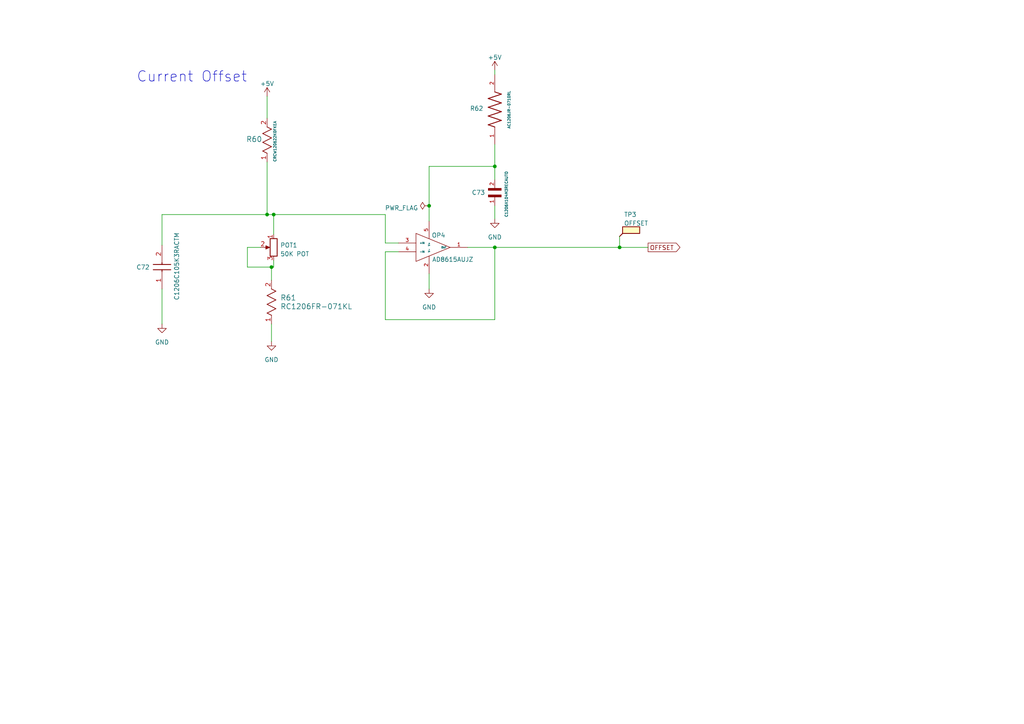
<source format=kicad_sch>
(kicad_sch (version 20231120) (generator "eeschema") (generator_version "8.0")
  (paper "A4")
  (lib_symbols
    (symbol "AD8615:AD8615AUJZ" (pin_names (offset 1.016))
      (property "Reference" "OP" (at 3.556 -12.954 0))
      (property "Value" "AD8615AUJZ" (at 8.128 -21.59 0))
      (symbol "AD8615AUJZ_0_0"
        (pin output line (at 11.176 -17.78 180) (length 5.08) (name "OUT") (number "1"))
        (pin power_in line (at 0 -25.4 90) (length 5.08) (name "V-") (number "2"))
        (pin input line (at -8.89 -16.51 0) (length 5.08) (name "+IN") (number "3"))
        (pin input line (at -8.89 -19.05 0) (length 5.08) (name "-IN") (number "4"))
        (pin power_in line (at 0 -10.16 270) (length 5.08) (name "V+") (number "5"))
      )
      (symbol "AD8615AUJZ_0_1"
        (polyline (pts (xy -3.81 -13.716) (xy -3.81 -21.844) (xy 6.096 -17.78) (xy -3.81 -13.716)))
      )
    )
    (symbol "C15:C1206X104M3RECAUTO" (pin_names (offset 1.016))
      (property "Reference" "C" (at 0 3.8109 0))
      (property "Value" "C1206X104M3RECAUTO" (at 0 -5.0885 0))
      (symbol "C1206X104M3RECAUTO_0_0"
        (rectangle (start 0 -1.9069) (end 0.635 1.905) (stroke (width 0.1)) (fill (type outline)))
        (rectangle (start 1.9069 -1.9069) (end 2.54 1.905) (stroke (width 0.1)) (fill (type outline)))
        (pin passive line (at -2.54 0 0) (length 2.54) (name "~") (number "1"))
        (pin passive line (at 5.08 0 180) (length 2.54) (name "~") (number "2"))
      )
    )
    (symbol "C72:C1206C105K3RACTM" (pin_names hide)
      (property "Reference" "C" (at 8.89 6.35 0))
      (property "Value" "C1206C105K3RACTM" (at 8.89 3.81 0))
      (symbol "C1206C105K3RACTM_1_1"
        (polyline (pts (xy 5.08 0) (xy 5.588 0)) (stroke (width 0.254)))
        (polyline (pts (xy 5.588 2.54) (xy 5.588 -2.54)) (stroke (width 0.254)))
        (polyline (pts (xy 7.112 0) (xy 7.62 0)) (stroke (width 0.254)))
        (polyline (pts (xy 7.112 2.54) (xy 7.112 -2.54)) (stroke (width 0.254)))
        (pin passive line (at 0 0 0) (length 5.08) (name "1") (number "1"))
        (pin passive line (at 12.7 0 180) (length 5.08) (name "2") (number "2"))
      )
    )
    (symbol "Connector:TestPoint_Flag" (pin_numbers hide) (pin_names (offset 0.762) hide)
      (property "Reference" "TP" (at 3.429 1.778 0))
      (property "Value" "TestPoint_Flag" (at 3.302 4.191 0))
      (symbol "TestPoint_Flag_0_1"
        (polyline (pts (xy 0 0) (xy 0.889 0.889)) (stroke (width 0.254)))
        (rectangle (start 0.889 2.794) (end 5.842 0.889) (stroke (width 0.254)) (fill (type background)))
      )
      (symbol "TestPoint_Flag_1_1"
        (pin passive line (at 0 0 90) (length 0) (name "1") (number "1"))
      )
    )
    (symbol "Device:R_Potentiometer" (pin_names (offset 1.016) hide)
      (property "Reference" "RV" (at -4.445 0 90))
      (property "Value" "R_Potentiometer" (at -2.54 0 90))
      (symbol "R_Potentiometer_0_1"
        (polyline (pts (xy 2.54 0) (xy 1.524 0)))
        (polyline (pts (xy 1.143 0) (xy 2.286 0.508) (xy 2.286 -0.508) (xy 1.143 0)) (fill (type outline)))
        (rectangle (start 1.016 2.54) (end -1.016 -2.54) (stroke (width 0.254)))
      )
      (symbol "R_Potentiometer_1_1"
        (pin passive line (at 0 3.81 270) (length 1.27) (name "1") (number "1"))
        (pin passive line (at 3.81 0 180) (length 1.27) (name "2") (number "2"))
        (pin passive line (at 0 -3.81 90) (length 1.27) (name "3") (number "3"))
      )
    )
    (symbol "R12:AC1206JR-0710RL" (pin_names (offset 1.016))
      (property "Reference" "R" (at -7.6244 2.5415 0))
      (property "Value" "AC1206JR-0710RL" (at -7.63 -5.0866 0))
      (symbol "AC1206JR-0710RL_0_0"
        (polyline (pts (xy -5.08 0) (xy -4.445 1.905)) (stroke (width 0.254)))
        (polyline (pts (xy -4.445 1.905) (xy -3.175 -1.905)) (stroke (width 0.254)))
        (polyline (pts (xy -3.175 -1.905) (xy -1.905 1.905)) (stroke (width 0.254)))
        (polyline (pts (xy -1.905 1.905) (xy -0.635 -1.905)) (stroke (width 0.254)))
        (polyline (pts (xy -0.635 -1.905) (xy 0.635 1.905)) (stroke (width 0.254)))
        (polyline (pts (xy 0.635 1.905) (xy 1.905 -1.905)) (stroke (width 0.254)))
        (polyline (pts (xy 1.905 -1.905) (xy 3.175 1.905)) (stroke (width 0.254)))
        (polyline (pts (xy 3.175 1.905) (xy 4.445 -1.905)) (stroke (width 0.254)))
        (polyline (pts (xy 4.445 -1.905) (xy 5.08 0)) (stroke (width 0.254)))
        (pin passive line (at -10.16 0 0) (length 5.08) (name "~") (number "1"))
        (pin passive line (at 10.16 0 180) (length 5.08) (name "~") (number "2"))
      )
    )
    (symbol "R60:CRCW120622K0FKEA" (pin_names (offset 0.254))
      (property "Reference" "R" (at 5.715 3.81 0))
      (property "Value" "CRCW120622K0FKEA" (at 6.35 -3.81 0))
      (symbol "CRCW120622K0FKEA_1_1"
        (polyline (pts (xy 2.54 0) (xy 3.175 1.27)) (stroke (width 0.2032)))
        (polyline (pts (xy 3.175 1.27) (xy 4.445 -1.27)) (stroke (width 0.2032)))
        (polyline (pts (xy 4.445 -1.27) (xy 5.715 1.27)) (stroke (width 0.2032)))
        (polyline (pts (xy 5.715 1.27) (xy 6.985 -1.27)) (stroke (width 0.2032)))
        (polyline (pts (xy 6.985 -1.27) (xy 8.255 1.27)) (stroke (width 0.2032)))
        (polyline (pts (xy 8.255 1.27) (xy 9.525 -1.27)) (stroke (width 0.2032)))
        (polyline (pts (xy 9.525 -1.27) (xy 10.16 0)) (stroke (width 0.2032)))
        (pin unspecified line (at 12.7 0 180) (length 2.54) (name "") (number "1"))
        (pin unspecified line (at 0 0 0) (length 2.54) (name "") (number "2"))
      )
      (symbol "CRCW120622K0FKEA_1_2"
        (polyline (pts (xy -1.27 3.175) (xy 1.27 4.445)) (stroke (width 0.2032)))
        (polyline (pts (xy -1.27 5.715) (xy 1.27 6.985)) (stroke (width 0.2032)))
        (polyline (pts (xy -1.27 8.255) (xy 1.27 9.525)) (stroke (width 0.2032)))
        (polyline (pts (xy 0 2.54) (xy -1.27 3.175)) (stroke (width 0.2032)))
        (polyline (pts (xy 1.27 4.445) (xy -1.27 5.715)) (stroke (width 0.2032)))
        (polyline (pts (xy 1.27 6.985) (xy -1.27 8.255)) (stroke (width 0.2032)))
        (polyline (pts (xy 1.27 9.525) (xy 0 10.16)) (stroke (width 0.2032)))
        (pin unspecified line (at 0 12.7 270) (length 2.54) (name "") (number "1"))
        (pin unspecified line (at 0 0 90) (length 2.54) (name "") (number "2"))
      )
    )
    (symbol "R61:RC1206FR-071KL" (pin_names (offset 0.254))
      (property "Reference" "R" (at 5.715 3.81 0))
      (property "Value" "RC1206FR-071KL" (at 6.35 -3.81 0))
      (symbol "RC1206FR-071KL_1_1"
        (polyline (pts (xy 2.54 0) (xy 3.175 1.27)) (stroke (width 0.2032)))
        (polyline (pts (xy 3.175 1.27) (xy 4.445 -1.27)) (stroke (width 0.2032)))
        (polyline (pts (xy 4.445 -1.27) (xy 5.715 1.27)) (stroke (width 0.2032)))
        (polyline (pts (xy 5.715 1.27) (xy 6.985 -1.27)) (stroke (width 0.2032)))
        (polyline (pts (xy 6.985 -1.27) (xy 8.255 1.27)) (stroke (width 0.2032)))
        (polyline (pts (xy 8.255 1.27) (xy 9.525 -1.27)) (stroke (width 0.2032)))
        (polyline (pts (xy 9.525 -1.27) (xy 10.16 0)) (stroke (width 0.2032)))
        (pin unspecified line (at 0 0 0) (length 2.54) (name "") (number "1"))
        (pin unspecified line (at 12.7 0 180) (length 2.54) (name "") (number "2"))
      )
      (symbol "RC1206FR-071KL_1_2"
        (polyline (pts (xy -1.27 3.175) (xy 1.27 4.445)) (stroke (width 0.2032)))
        (polyline (pts (xy -1.27 5.715) (xy 1.27 6.985)) (stroke (width 0.2032)))
        (polyline (pts (xy -1.27 8.255) (xy 1.27 9.525)) (stroke (width 0.2032)))
        (polyline (pts (xy 0 2.54) (xy -1.27 3.175)) (stroke (width 0.2032)))
        (polyline (pts (xy 1.27 4.445) (xy -1.27 5.715)) (stroke (width 0.2032)))
        (polyline (pts (xy 1.27 6.985) (xy -1.27 8.255)) (stroke (width 0.2032)))
        (polyline (pts (xy 1.27 9.525) (xy 0 10.16)) (stroke (width 0.2032)))
        (pin unspecified line (at 0 12.7 270) (length 2.54) (name "") (number "1"))
        (pin unspecified line (at 0 0 90) (length 2.54) (name "") (number "2"))
      )
    )
    (symbol "power:+5V" (power) (pin_names (offset 0))
      (property "Value" "+5V" (at 0 3.556 0))
      (symbol "+5V_0_1"
        (polyline (pts (xy -0.762 1.27) (xy 0 2.54)))
        (polyline (pts (xy 0 0) (xy 0 2.54)))
        (polyline (pts (xy 0 2.54) (xy 0.762 1.27)))
      )
      (symbol "+5V_1_1"
        (pin power_in line (at 0 0 90) (length 0) hide (name "+5V") (number "1"))
      )
    )
    (symbol "power:GND" (power) (pin_names (offset 0))
      (property "Value" "GND" (at 0 -3.81 0))
      (symbol "GND_0_1"
        (polyline (pts (xy 0 0) (xy 0 -1.27) (xy 1.27 -1.27) (xy 0 -2.54) (xy -1.27 -1.27) (xy 0 -1.27)))
      )
      (symbol "GND_1_1"
        (pin power_in line (at 0 0 270) (length 0) hide (name "GND") (number "1"))
      )
    )
    (symbol "power:PWR_FLAG" (power) (pin_numbers hide) (pin_names (offset 0) hide)
      (property "Value" "PWR_FLAG" (at 0 3.81 0))
      (symbol "PWR_FLAG_0_0"
        (pin power_out line (at 0 0 90) (length 0) (name "pwr") (number "1"))
      )
      (symbol "PWR_FLAG_0_1"
        (polyline (pts (xy 0 0) (xy 0 1.27) (xy -1.016 1.905) (xy 0 2.54) (xy 1.016 1.905) (xy 0 1.27)))
      )
    )
  )
  (junction (at 179.705 71.755))
  (junction (at 143.51 48.26))
  (junction (at 79.375 62.23))
  (junction (at 143.51 71.755))
  (junction (at 77.47 62.23))
  (junction (at 78.74 77.47))
  (junction (at 124.46 59.69))
  (wire (pts (xy 135.636 71.755) (xy 143.51 71.755)))
  (wire (pts (xy 143.51 20.32) (xy 143.51 21.59)))
  (wire (pts (xy 143.51 48.26) (xy 143.51 52.07)))
  (wire (pts (xy 111.76 62.23) (xy 79.375 62.23)))
  (wire (pts (xy 124.46 64.135) (xy 124.46 59.69)))
  (wire (pts (xy 115.57 70.485) (xy 111.76 70.485)))
  (wire (pts (xy 111.76 73.025) (xy 115.57 73.025)))
  (wire (pts (xy 179.705 71.755) (xy 187.96 71.755)))
  (wire (pts (xy 124.46 79.375) (xy 124.46 83.82)))
  (wire (pts (xy 79.375 62.23) (xy 79.375 67.945)))
  (wire (pts (xy 143.51 71.755) (xy 179.705 71.755)))
  (wire (pts (xy 78.74 77.47) (xy 78.74 81.28)))
  (wire (pts (xy 79.375 62.23) (xy 77.47 62.23)))
  (wire (pts (xy 111.76 73.025) (xy 111.76 92.71)))
  (wire (pts (xy 143.51 59.69) (xy 143.51 63.5)))
  (wire (pts (xy 46.99 83.82) (xy 46.99 93.98)))
  (wire (pts (xy 79.375 75.565) (xy 79.375 77.47)))
  (wire (pts (xy 71.755 71.755) (xy 71.755 77.47)))
  (wire (pts (xy 143.51 41.91) (xy 143.51 48.26)))
  (wire (pts (xy 124.46 59.69) (xy 124.46 48.26)))
  (wire (pts (xy 78.74 93.98) (xy 78.74 99.06)))
  (wire (pts (xy 111.76 92.71) (xy 143.51 92.71)))
  (wire (pts (xy 78.74 77.47) (xy 79.375 77.47)))
  (wire (pts (xy 124.46 48.26) (xy 143.51 48.26)))
  (wire (pts (xy 77.47 62.23) (xy 46.99 62.23)))
  (wire (pts (xy 77.47 46.99) (xy 77.47 62.23)))
  (wire (pts (xy 179.705 68.58) (xy 179.705 71.755)))
  (wire (pts (xy 143.51 71.755) (xy 143.51 92.71)))
  (wire (pts (xy 71.755 77.47) (xy 78.74 77.47)))
  (wire (pts (xy 111.76 70.485) (xy 111.76 62.23)))
  (wire (pts (xy 75.565 71.755) (xy 71.755 71.755)))
  (wire (pts (xy 77.47 27.94) (xy 77.47 34.29)))
  (wire (pts (xy 46.99 62.23) (xy 46.99 71.12)))
  (text "Current Offset" (at 71.755 24.13 0) (effects (font (size 3 3)) (justify right bottom)))
  (global_label "OFFSET" (shape output) (at 187.96 71.755 0) (property "Intersheetrefs" "${INTERSHEET_REFS}" (effects (hide yes))))
  (symbol (lib_id "R60:CRCW120622K0FKEA") (at 77.47 34.29 270) (unit 1)
    (property "Reference" "R60" (at 71.374 40.386 90) (effects (font (size 1.524 1.524)) (justify left)))
    (property "Value" "CRCW120622K0FKEA" (at 79.756 35.052 0) (effects (font (size 0.762 0.762)) (justify left)))
    (property "Footprint" "Resistor_SMD:R_1206_3216Metric_Pad1.30x1.75mm_HandSolder" (effects (hide yes)))
    (property "Datasheet" "CRCW120622K0FKEA" (effects (hide yes)))
  )
  (symbol (lib_id "power:+5V") (at 77.47 27.94 0) (unit 1)
    (property "Reference" "#PWR044" (effects (hide yes)))
    (property "Value" "+5V" (at 77.47 24.2824 0))
  )
  (symbol (lib_id "R61:RC1206FR-071KL") (at 78.74 93.98 90) (unit 1)
    (property "Reference" "R61" (at 81.28 86.3599 90) (effects (font (size 1.524 1.524)) (justify right)))
    (property "Value" "RC1206FR-071KL" (at 81.28 88.8999 90) (effects (font (size 1.524 1.524)) (justify right)))
    (property "Footprint" "Resistor_SMD:R_1206_3216Metric_Pad1.30x1.75mm_HandSolder" (effects (hide yes)))
    (property "Datasheet" "RC1206FR-071KL" (effects (hide yes)))
  )
  (symbol (lib_id "power:GND") (at 46.99 93.98 0) (unit 1)
    (property "Reference" "#PWR043" (effects (hide yes)))
    (property "Value" "GND" (at 46.99 99.2632 0))
  )
  (symbol (lib_id "Connector:TestPoint_Flag") (at 179.705 68.58 0) (unit 1)
    (property "Reference" "TP3" (at 180.975 62.23 0) (effects (justify left)))
    (property "Value" "OFFSET" (at 180.975 64.77 0) (effects (justify left)))
    (property "Footprint" "TestPoint:TestPoint_Pad_3.0x3.0mm" (effects (hide yes)))
  )
  (symbol (lib_id "C15:C1206X104M3RECAUTO") (at 143.51 57.15 90) (unit 1)
    (property "Reference" "C73" (at 140.716 55.118 90) (effects (justify left bottom)))
    (property "Value" "C1206X104M3RECAUTO" (at 147.32 62.992 0) (effects (font (size 0.762 0.762)) (justify left bottom)))
    (property "Footprint" "Capacitor_SMD:C_1206_3216Metric" (effects (hide yes)))
    (property "Datasheet" "C15" (effects (hide yes)))
  )
  (symbol (lib_id "C72:C1206C105K3RACTM") (at 46.99 83.82 90) (unit 1)
    (property "Reference" "C72" (at 43.434 78.232 90) (effects (justify left top)))
    (property "Value" "C1206C105K3RACTM" (at 50.546 87.122 0) (effects (justify left top)))
    (property "Footprint" "Capacitor_SMD:C_1206_3216Metric" (effects (hide yes)))
    (property "Datasheet" "https://content.kemet.com/datasheets/KEM_C1002_X7R_SMD.pdf" (effects (hide yes)))
    (property "Description" "SMD Comm X7R, Ceramic, 1 uF, 10%, 25 VDC, 62.5 VDC, 125C, -55C, X7R, SMD, MLCC, Temperature Stable, Class II, 3.5 % , 500 MOhms, 31 mg, 1206, 3.2mm, 1.6mm, 1.2mm, 0.5mm, 2500, 78  Weeks, 80" (effects (hide yes)))
    (property "Mouser Part Number" "80-C1206C105K3RACTM" (effects (hide yes)))
    (property "Mouser Price/Stock" "https://www.mouser.co.uk/ProductDetail/KEMET/C1206C105K3RACTM?qs=ED%252B2xvMfDz3XPPQCqty55A%3D%3D" (effects (hide yes)))
    (property "Manufacturer_Name" "KEMET" (effects (hide yes)))
    (property "Manufacturer_Part_Number" "C1206C105K3RACTM" (effects (hide yes)))
  )
  (symbol (lib_id "R12:AC1206JR-0710RL") (at 143.51 31.75 90) (unit 1)
    (property "Reference" "R62" (at 140.208 30.734 90) (effects (justify left bottom)))
    (property "Value" "AC1206JR-0710RL" (at 148.082 37.338 0) (effects (font (size 0.762 0.762)) (justify left bottom)))
    (property "Footprint" "Resistor_SMD:R_1206_3216Metric_Pad1.30x1.75mm_HandSolder" (effects (hide yes)))
  )
  (symbol (lib_id "power:GND") (at 124.46 83.82 0) (unit 1)
    (property "Reference" "#PWR046" (effects (hide yes)))
    (property "Value" "GND" (at 124.46 89.1032 0))
  )
  (symbol (lib_id "power:GND") (at 78.74 99.06 0) (unit 1)
    (property "Reference" "#PWR045" (effects (hide yes)))
    (property "Value" "GND" (at 78.74 104.3432 0))
  )
  (symbol (lib_id "power:GND") (at 143.51 63.5 0) (unit 1)
    (property "Reference" "#PWR048" (effects (hide yes)))
    (property "Value" "GND" (at 143.51 68.7832 0))
  )
  (symbol (lib_id "AD8615:AD8615AUJZ") (at 124.46 53.975 0) (unit 1)
    (property "Reference" "OP4" (at 127.2032 68.2498 0))
    (property "Value" "AD8615AUJZ" (at 131.318 75.2602 0))
    (property "Footprint" "infineon-library-footprints:AD8615" (effects (hide yes)))
    (property "Description" "Precision 20 MHz CMOS Single RRIO Operational Amplifier" (effects (hide yes)))
    (property "MF" "Analog Devices" (effects (hide yes)))
    (property "PACKAGE" "SOT-23-5" (effects (hide yes)))
    (property "MPN" "AD8615AUJZ" (effects (hide yes)))
    (property "Price" "None" (effects (hide yes)))
    (property "Package" "TSOT-5 Analog Devices" (effects (hide yes)))
    (property "OC_FARNELL" "9079408" (effects (hide yes)))
    (property "SnapEDA_Link" "https://www.snapeda.com/parts/AD8615AUJZ-REEL7/Analog+Devices/view-part/?ref=snap" (effects (hide yes)))
    (property "MP" "AD8615AUJZ-REEL7" (effects (hide yes)))
    (property "Purchase-URL" "https://www.snapeda.com/api/url_track_click_mouser/?unipart_id=45535&manufacturer=Analog Devices&part_name=AD8615AUJZ-REEL7&search_term=ad8615" (effects (hide yes)))
    (property "SUPPLIER" "Analog Devices" (effects (hide yes)))
    (property "OC_NEWARK" "31M4569" (effects (hide yes)))
    (property "Availability" "In Stock" (effects (hide yes)))
    (property "Check_prices" "https://www.snapeda.com/parts/AD8615AUJZ-REEL7/Analog+Devices/view-part/?ref=eda" (effects (hide yes)))
  )
  (symbol (lib_id "power:PWR_FLAG") (at 124.46 59.69 90) (unit 1)
    (property "Reference" "#FLG04" (effects (hide yes)))
    (property "Value" "PWR_FLAG" (at 121.285 60.325 90) (effects (justify left)))
  )
  (symbol (lib_id "power:+5V") (at 143.51 20.32 0) (unit 1)
    (property "Reference" "#PWR047" (effects (hide yes)))
    (property "Value" "+5V" (at 143.51 16.6624 0))
  )
  (symbol (lib_id "Device:R_Potentiometer") (at 79.375 71.755 0) (mirror y) (unit 1)
    (property "Reference" "POT1" (at 81.28 71.12 0) (effects (justify right)))
    (property "Value" "50K POT" (at 81.28 73.66 0) (effects (justify right)))
    (property "Footprint" "just-footprints:POT2" (effects (hide yes)))
  )
)
</source>
